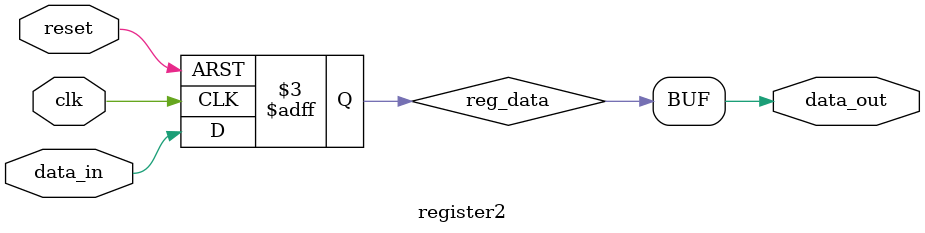
<source format=v>
module register2 #(parameter Groupsize = 8) (
    input wire clk,      // Clock input
    input wire reset,    // Reset input
    input wire  data_in,  // Data input (1 bits)
    output wire data_out  // Data output (1 bits)
);

    reg  reg_data;  // 1-bit register data
    
    always @(posedge clk or negedge reset) begin
        if (!reset) begin
            reg_data <= 1'b0;  // Reset the register to 0
        end else begin
            reg_data <= data_in;  // Load data on each clock edge
        end
    end

    assign data_out = reg_data;  // Output is the register data

endmodule
</source>
